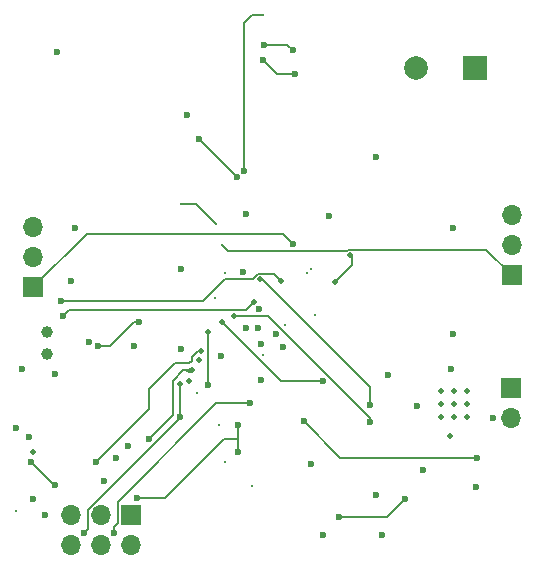
<source format=gbr>
%TF.GenerationSoftware,KiCad,Pcbnew,8.0.5*%
%TF.CreationDate,2024-10-25T00:02:52-07:00*%
%TF.ProjectId,Vanguard_new,56616e67-7561-4726-945f-6e65772e6b69,rev?*%
%TF.SameCoordinates,Original*%
%TF.FileFunction,Copper,L2,Inr*%
%TF.FilePolarity,Positive*%
%FSLAX46Y46*%
G04 Gerber Fmt 4.6, Leading zero omitted, Abs format (unit mm)*
G04 Created by KiCad (PCBNEW 8.0.5) date 2024-10-25 00:02:52*
%MOMM*%
%LPD*%
G01*
G04 APERTURE LIST*
%TA.AperFunction,ComponentPad*%
%ADD10O,1.700000X1.700000*%
%TD*%
%TA.AperFunction,ComponentPad*%
%ADD11R,1.700000X1.700000*%
%TD*%
%TA.AperFunction,ComponentPad*%
%ADD12C,1.000000*%
%TD*%
%TA.AperFunction,HeatsinkPad*%
%ADD13C,0.500000*%
%TD*%
%TA.AperFunction,ComponentPad*%
%ADD14C,2.000000*%
%TD*%
%TA.AperFunction,ComponentPad*%
%ADD15R,2.000000X2.000000*%
%TD*%
%TA.AperFunction,ViaPad*%
%ADD16C,0.600000*%
%TD*%
%TA.AperFunction,ViaPad*%
%ADD17C,0.500000*%
%TD*%
%TA.AperFunction,ViaPad*%
%ADD18C,0.300000*%
%TD*%
%TA.AperFunction,Conductor*%
%ADD19C,0.200000*%
%TD*%
G04 APERTURE END LIST*
D10*
%TO.N,GND*%
%TO.C,J6*%
X378459520Y-19590063D03*
D11*
%TO.N,VBUS_out*%
X378459520Y-17050063D03*
%TD*%
%TO.N,RST*%
%TO.C,J2*%
X346298854Y-27867491D03*
D10*
%TO.N,Net-(J2-Pin_2)*%
X346298854Y-30407491D03*
%TO.N,Net-(J2-Pin_3)*%
X343758854Y-27867491D03*
%TO.N,UPDI*%
X343758854Y-30407491D03*
%TO.N,GND*%
X341218854Y-27867491D03*
%TO.N,Net-(J2-Pin_6)*%
X341218854Y-30407491D03*
%TD*%
D12*
%TO.N,Net-(U6-XOUT32{slash}CLKSEL1)*%
%TO.C,Y1*%
X339162500Y-12340000D03*
%TO.N,Net-(U6-XIN32)*%
X339162500Y-14240000D03*
%TD*%
D10*
%TO.N,GND*%
%TO.C,J4*%
X378500000Y-2445001D03*
%TO.N,+5V*%
X378500000Y-4985000D03*
D11*
%TO.N,STAR_SERVO*%
X378500000Y-7525000D03*
%TD*%
D10*
%TO.N,GND*%
%TO.C,J5*%
X338000000Y-3460001D03*
%TO.N,+5V*%
X338000000Y-6000000D03*
D11*
%TO.N,PORT_SERVO*%
X338000000Y-8540000D03*
%TD*%
D13*
%TO.N,unconnected-(U8-PAD-Pad17)*%
%TO.C,U8*%
X372494733Y-19550000D03*
X374694733Y-19550000D03*
X373594733Y-19549999D03*
X372494734Y-18450000D03*
X373594733Y-18450000D03*
X374694732Y-18450000D03*
X373594733Y-17350001D03*
X372494733Y-17350000D03*
X374694733Y-17350000D03*
%TD*%
D14*
%TO.N,Net-(BZ1--)*%
%TO.C,BZ1*%
X370370785Y10000000D03*
D15*
%TO.N,+5V*%
X375370785Y10000000D03*
%TD*%
D16*
%TO.N,Net-(J2-Pin_6)*%
X350391145Y-19500000D03*
%TO.N,RST*%
X359110624Y-13610624D03*
%TO.N,VBUS_out*%
X338000000Y-26500000D03*
%TO.N,GND*%
X336550000Y-20500000D03*
X337638854Y-21197491D03*
D17*
%TO.N,VBUS_out*%
X338000000Y-22500000D03*
D16*
%TO.N,SDA*%
X358500000Y-12500000D03*
X357130294Y-10400000D03*
D18*
%TO.N,TX0*%
X361146447Y-7353553D03*
X359285176Y-11714824D03*
D17*
%TO.N,SDA*%
X356673997Y-9828427D03*
D16*
%TO.N,GND*%
X363000000Y-2500000D03*
D17*
%TO.N,SCL*%
X358987826Y-7999697D03*
D16*
X340375735Y-9713235D03*
%TO.N,SDA*%
X340500000Y-11000000D03*
D18*
%TO.N,UPDI*%
X354199123Y-7353553D03*
D16*
X357298854Y-13357492D03*
%TO.N,GND*%
X368000000Y-16000000D03*
X355992540Y-2343687D03*
X355741403Y-7233386D03*
X337000000Y-15500000D03*
X342742500Y-13160000D03*
%TO.N,RST*%
X346950000Y-11500000D03*
X343500000Y-13500000D03*
%TO.N,GND*%
X341162500Y-8062500D03*
D18*
%TO.N,RST*%
X353379891Y-9500000D03*
D16*
X357009999Y-12000000D03*
%TO.N,Net-(D2-K)*%
X355990001Y-12000000D03*
X353898854Y-14367491D03*
D18*
%TO.N,RX0*%
X361500000Y-7000000D03*
D16*
X357298854Y-16377491D03*
%TO.N,PORT_SERVO*%
X360000000Y-4900000D03*
D18*
%TO.N,STAR_SERVO*%
X354000000Y-4976967D03*
D17*
%TO.N,STAR_RED*%
X363573514Y-8100000D03*
X364825735Y-5825735D03*
D18*
%TO.N,RST*%
X357406371Y-14269973D03*
X361860624Y-10860624D03*
%TO.N,PORT_GREEN*%
X353492016Y-3234656D03*
X350500000Y-1500000D03*
D16*
%TO.N,GND*%
X373500000Y-3500000D03*
X341500000Y-3500000D03*
%TO.N,+5V*%
X373500000Y-12500000D03*
X350500000Y-7000000D03*
%TO.N,D5*%
X357442500Y10670000D03*
X360169534Y9500000D03*
%TO.N,D4*%
X357500000Y12000000D03*
X360000000Y11500000D03*
D18*
%TO.N,D7*%
X357442500Y14480000D03*
D16*
X355815687Y1315687D03*
%TO.N,CD*%
X355250000Y750000D03*
X352000000Y4000000D03*
%TO.N,GND*%
X340000000Y11340000D03*
X351000000Y6000000D03*
%TO.N,RST*%
X360870000Y-19905000D03*
X375589999Y-22982042D03*
%TO.N,PA3{slash}SS*%
X366500000Y-20000000D03*
D17*
%TO.N,PA0{slash}MISO*%
X357192580Y-7844051D03*
D16*
X366500000Y-18500000D03*
D17*
%TO.N,PA2{slash}SCK*%
X354000000Y-11500000D03*
D16*
X362500000Y-16500000D03*
%TO.N,GND*%
X350500000Y-13763449D03*
D17*
%TO.N,Net-(D1-I{slash}O1)*%
X352198854Y-13955102D03*
D16*
%TO.N,GND*%
X367000000Y-26109998D03*
X373372273Y-15500000D03*
X370500000Y-18574670D03*
D17*
X373269733Y-21144543D03*
D16*
X376907807Y-19601777D03*
D17*
%TO.N,Net-(J2-Pin_3)*%
X351150173Y-16449994D03*
D16*
X346000000Y-22000000D03*
%TO.N,GND*%
X343987500Y-24987500D03*
X339000000Y-27867491D03*
%TO.N,VBUS_out*%
X362500000Y-29500000D03*
X345000000Y-23000000D03*
D17*
%TO.N,TX0*%
X352798854Y-12367491D03*
D16*
X352798854Y-16867491D03*
D17*
%TO.N,Net-(D1-I{slash}O2)*%
X352000000Y-14729994D03*
D16*
X339798854Y-15867491D03*
%TO.N,VBUS_out*%
X337798854Y-23367491D03*
X339798854Y-25317491D03*
D18*
%TO.N,Net-(D2-K)*%
X351848854Y-17500000D03*
X356478854Y-25367491D03*
%TO.N,Net-(D3-K)*%
X353748854Y-20242492D03*
X354250000Y-23360001D03*
D16*
%TO.N,RST*%
X355298854Y-22467491D03*
X355348854Y-20242491D03*
X346798854Y-26367491D03*
D17*
%TO.N,Net-(J2-Pin_2)*%
X351423119Y-15598654D03*
D16*
X347791416Y-21360053D03*
%TO.N,UPDI*%
X356298854Y-18367491D03*
X344798854Y-29367491D03*
D17*
%TO.N,Net-(J2-Pin_6)*%
X350391145Y-16702738D03*
D16*
X342298854Y-29367491D03*
%TO.N,Net-(D1-I{slash}O1)*%
X343298854Y-23367491D03*
%TO.N,GND*%
X366975785Y2450000D03*
X375500000Y-25500000D03*
X371000000Y-24000000D03*
X361500000Y-23500000D03*
X367500000Y-29500000D03*
%TO.N,Net-(U5-FB)*%
X363859999Y-28037252D03*
X369500000Y-26500000D03*
D17*
%TO.N,PA3{slash}SS*%
X355000000Y-11000000D03*
D16*
%TO.N,GND*%
X346500000Y-13500000D03*
D18*
X336500000Y-27500000D03*
%TD*%
D19*
%TO.N,Net-(J2-Pin_6)*%
X350391145Y-19500000D02*
X350391145Y-16702738D01*
X350391145Y-19608854D02*
X350391145Y-19500000D01*
%TO.N,STAR_SERVO*%
X376350735Y-5375735D02*
X378500000Y-7525000D01*
X354500000Y-5500000D02*
X364515073Y-5500000D01*
X354500000Y-5476967D02*
X354500000Y-5500000D01*
X364515073Y-5500000D02*
X364639338Y-5375735D01*
X354000000Y-4976967D02*
X354500000Y-5476967D01*
X364639338Y-5375735D02*
X376350735Y-5375735D01*
%TO.N,PORT_SERVO*%
X342540000Y-4000000D02*
X359100000Y-4000000D01*
X338000000Y-8540000D02*
X342540000Y-4000000D01*
X359100000Y-4000000D02*
X360000000Y-4900000D01*
%TO.N,SDA*%
X341000000Y-10500000D02*
X340500000Y-11000000D01*
X356673997Y-9828427D02*
X356002424Y-10500000D01*
X356002424Y-10500000D02*
X341000000Y-10500000D01*
%TO.N,SCL*%
X358394051Y-7394051D02*
X358999697Y-7999697D01*
X356566848Y-7833386D02*
X357006183Y-7394051D01*
X354197976Y-7833386D02*
X356566848Y-7833386D01*
X352318127Y-9713235D02*
X354197976Y-7833386D01*
X358999697Y-7999697D02*
X358987826Y-7999697D01*
X340375735Y-9713235D02*
X352318127Y-9713235D01*
X357006183Y-7394051D02*
X358394051Y-7394051D01*
%TO.N,RST*%
X346500000Y-11500000D02*
X344500000Y-13500000D01*
X346950000Y-11500000D02*
X346500000Y-11500000D01*
X344500000Y-13500000D02*
X343500000Y-13500000D01*
%TO.N,STAR_RED*%
X365000000Y-6000000D02*
X365000000Y-6673514D01*
X364825735Y-5825735D02*
X365000000Y-6000000D01*
X365000000Y-6673514D02*
X363573514Y-8100000D01*
%TO.N,PORT_GREEN*%
X351757360Y-1500000D02*
X350500000Y-1500000D01*
X353492016Y-3234656D02*
X351757360Y-1500000D01*
%TO.N,D4*%
X359500000Y12000000D02*
X357500000Y12000000D01*
X360000000Y11500000D02*
X359500000Y12000000D01*
%TO.N,D5*%
X358612500Y9500000D02*
X357442500Y10670000D01*
X360169534Y9500000D02*
X358612500Y9500000D01*
%TO.N,D7*%
X355815687Y13815687D02*
X356500000Y14500000D01*
X355815687Y1315687D02*
X355815687Y13815687D01*
X357422500Y14500000D02*
X357442500Y14480000D01*
X356500000Y14500000D02*
X357422500Y14500000D01*
%TO.N,CD*%
X352000000Y4000000D02*
X355250000Y750000D01*
%TO.N,RST*%
X360905000Y-19905000D02*
X360870000Y-19905000D01*
X363982042Y-22982042D02*
X360905000Y-19905000D01*
X375589999Y-22982042D02*
X363982042Y-22982042D01*
%TO.N,PA3{slash}SS*%
X357848529Y-11000000D02*
X355000000Y-11000000D01*
X366500000Y-19651471D02*
X357848529Y-11000000D01*
X366500000Y-20000000D02*
X366500000Y-19651471D01*
%TO.N,PA0{slash}MISO*%
X366500000Y-17000000D02*
X366500000Y-18500000D01*
X357344051Y-7844051D02*
X366500000Y-17000000D01*
X357192580Y-7844051D02*
X357344051Y-7844051D01*
%TO.N,PA2{slash}SCK*%
X359000000Y-16500000D02*
X354000000Y-11500000D01*
X362500000Y-16500000D02*
X359000000Y-16500000D01*
%TO.N,Net-(D1-I{slash}O1)*%
X347798854Y-18867491D02*
X343298854Y-23367491D01*
X350000000Y-15000000D02*
X347798854Y-17201146D01*
X351400000Y-14481465D02*
X351400000Y-14753956D01*
X351400000Y-14753956D02*
X351153956Y-15000000D01*
X351153956Y-15000000D02*
X350000000Y-15000000D01*
X351926363Y-13955102D02*
X351400000Y-14481465D01*
X352198854Y-13955102D02*
X351926363Y-13955102D01*
X347798854Y-17201146D02*
X347798854Y-18867491D01*
%TO.N,VBUS_out*%
X339748854Y-25317491D02*
X337798854Y-23367491D01*
X339798854Y-25317491D02*
X339748854Y-25317491D01*
%TO.N,TX0*%
X352798854Y-16867491D02*
X352798854Y-12367491D01*
%TO.N,Net-(J2-Pin_2)*%
X349791145Y-19360324D02*
X347791416Y-21360053D01*
X349791145Y-16454209D02*
X349791145Y-19360324D01*
X350646700Y-15598654D02*
X349791145Y-16454209D01*
X351423119Y-15598654D02*
X350646700Y-15598654D01*
%TO.N,RST*%
X355298854Y-22467491D02*
X355298854Y-21367491D01*
X355298854Y-21367491D02*
X354147383Y-21367491D01*
X355298854Y-20292491D02*
X355298854Y-21367491D01*
X355348854Y-20242491D02*
X355298854Y-20292491D01*
X354147383Y-21367491D02*
X349147383Y-26367491D01*
X349147383Y-26367491D02*
X346798854Y-26367491D01*
%TO.N,UPDI*%
X345148854Y-26717491D02*
X353498854Y-18367491D01*
X353498854Y-18367491D02*
X356298854Y-18367491D01*
X345148854Y-28517491D02*
X345148854Y-26717491D01*
X344798854Y-28867491D02*
X345148854Y-28517491D01*
X344798854Y-29367491D02*
X344798854Y-28867491D01*
%TO.N,Net-(J2-Pin_6)*%
X342608854Y-27391145D02*
X350391145Y-19608854D01*
X342608854Y-29057491D02*
X342608854Y-27391145D01*
X342298854Y-29367491D02*
X342608854Y-29057491D01*
%TO.N,Net-(U5-FB)*%
X363859999Y-28037252D02*
X367962748Y-28037252D01*
X367962748Y-28037252D02*
X369500000Y-26500000D01*
%TD*%
%TA.AperFunction,Conductor*%
%TO.N,Net-(J2-Pin_2)*%
G36*
X351326132Y-15371712D02*
G01*
X351331604Y-15377615D01*
X351422228Y-15594137D01*
X351422261Y-15603091D01*
X351422228Y-15603171D01*
X351331604Y-15819692D01*
X351325248Y-15826001D01*
X351317206Y-15826306D01*
X350931214Y-15701276D01*
X350924399Y-15695466D01*
X350923119Y-15690145D01*
X350923119Y-15507162D01*
X350926546Y-15498889D01*
X350931210Y-15496032D01*
X351317207Y-15371001D01*
X351326132Y-15371712D01*
G37*
%TD.AperFunction*%
%TD*%
M02*

</source>
